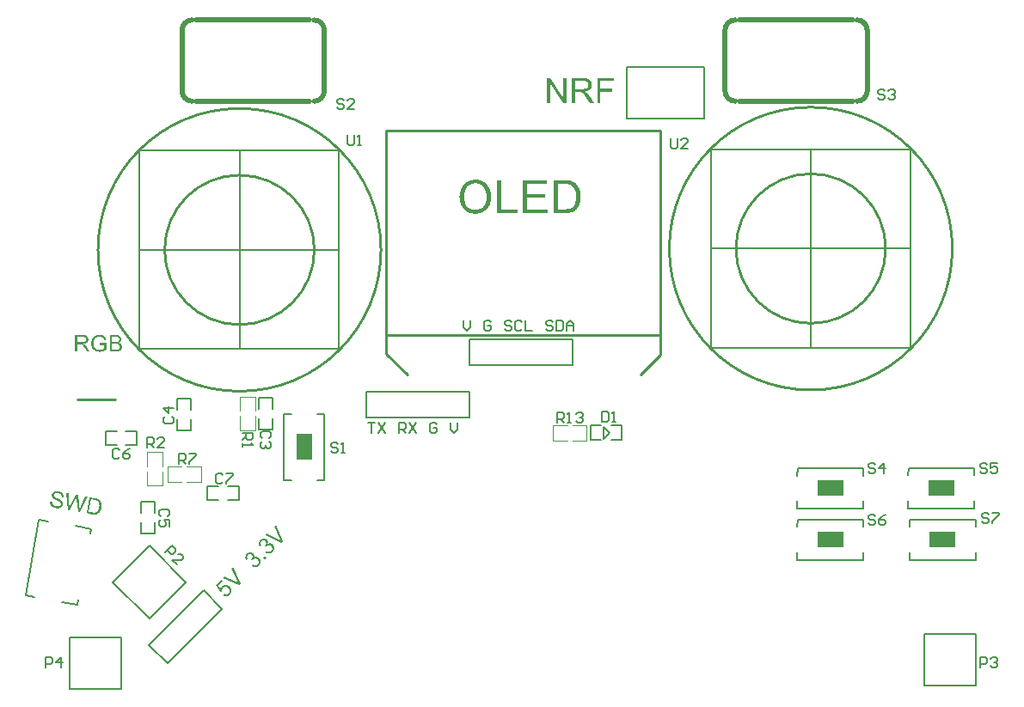
<source format=gto>
G04 Layer_Color=65535*
%FSLAX25Y25*%
%MOIN*%
G70*
G01*
G75*
%ADD10C,0.01000*%
%ADD39C,0.02000*%
%ADD40C,0.00800*%
%ADD41C,0.00500*%
%ADD42C,0.00787*%
%ADD43C,0.00394*%
%ADD44C,0.00700*%
%ADD45C,0.00600*%
%ADD46R,0.09843X0.05906*%
%ADD47R,0.05906X0.09843*%
G36*
X312454Y206522D02*
X310646Y204714D01*
X311619Y203244D01*
Y203258D01*
X311626Y203278D01*
X311633Y203313D01*
X311640Y203361D01*
X311661Y203423D01*
X311681Y203485D01*
X311737Y203651D01*
X311806Y203830D01*
X311909Y204017D01*
X312033Y204210D01*
X312185Y204389D01*
X312192Y204396D01*
X312213Y204417D01*
X312240Y204445D01*
X312289Y204479D01*
X312351Y204527D01*
X312413Y204576D01*
X312496Y204631D01*
X312579Y204686D01*
X312792Y204790D01*
X312903Y204845D01*
X313027Y204886D01*
X313165Y204928D01*
X313303Y204955D01*
X313448Y204976D01*
X313683D01*
X313738Y204962D01*
X313814Y204955D01*
X313897Y204942D01*
X313986Y204921D01*
X314090Y204900D01*
X314207Y204866D01*
X314318Y204824D01*
X314442Y204769D01*
X314566Y204714D01*
X314690Y204631D01*
X314815Y204548D01*
X314946Y204445D01*
X315070Y204334D01*
X315077Y204327D01*
X315098Y204307D01*
X315132Y204272D01*
X315167Y204224D01*
X315215Y204162D01*
X315270Y204093D01*
X315332Y204017D01*
X315394Y203927D01*
X315512Y203713D01*
X315622Y203478D01*
X315677Y203340D01*
X315719Y203202D01*
X315753Y203057D01*
X315774Y202912D01*
Y202899D01*
Y202871D01*
Y202816D01*
Y202747D01*
Y202664D01*
X315767Y202560D01*
X315753Y202450D01*
X315726Y202326D01*
X315705Y202195D01*
X315664Y202057D01*
X315608Y201905D01*
X315546Y201760D01*
X315463Y201608D01*
X315374Y201463D01*
X315256Y201318D01*
X315125Y201173D01*
X315118Y201167D01*
X315098Y201146D01*
X315063Y201111D01*
X315015Y201077D01*
X314960Y201035D01*
X314891Y200980D01*
X314815Y200918D01*
X314725Y200856D01*
X314525Y200739D01*
X314297Y200635D01*
X314173Y200594D01*
X314042Y200559D01*
X313911Y200525D01*
X313773Y200511D01*
X313648D01*
X313586Y200518D01*
X313510Y200525D01*
X313427Y200538D01*
X313331Y200552D01*
X313124Y200607D01*
X312889Y200690D01*
X312654Y200815D01*
X312530Y200897D01*
X312413Y200987D01*
X312958Y201615D01*
X312965Y201608D01*
X312979Y201594D01*
X313006Y201581D01*
X313041Y201560D01*
X313138Y201505D01*
X313262Y201436D01*
X313400Y201367D01*
X313559Y201318D01*
X313724Y201277D01*
X313897Y201270D01*
X313917Y201277D01*
X313973D01*
X314049Y201298D01*
X314159Y201325D01*
X314276Y201374D01*
X314407Y201436D01*
X314545Y201518D01*
X314670Y201629D01*
X314677Y201636D01*
X314690Y201650D01*
X314711Y201670D01*
X314732Y201705D01*
X314801Y201788D01*
X314877Y201905D01*
X314939Y202050D01*
X315008Y202216D01*
X315042Y202402D01*
X315056Y202498D01*
Y202609D01*
X315049Y202616D01*
X315056Y202637D01*
X315042Y202706D01*
X315022Y202823D01*
X314980Y202961D01*
X314911Y203127D01*
X314822Y203313D01*
X314690Y203499D01*
X314525Y203692D01*
X314518Y203699D01*
X314504Y203713D01*
X314476Y203741D01*
X314442Y203761D01*
X314401Y203803D01*
X314345Y203844D01*
X314214Y203934D01*
X314069Y204024D01*
X313897Y204099D01*
X313703Y204155D01*
X313503Y204175D01*
X313476D01*
X313414Y204169D01*
X313310Y204162D01*
X313179Y204127D01*
X313034Y204079D01*
X312861Y204003D01*
X312696Y203892D01*
X312530Y203754D01*
X312516Y203741D01*
X312482Y203706D01*
X312441Y203651D01*
X312379Y203575D01*
X312323Y203478D01*
X312261Y203375D01*
X312213Y203258D01*
X312171Y203133D01*
Y203120D01*
X312158Y203078D01*
X312144Y203009D01*
X312130Y202926D01*
Y202830D01*
Y202719D01*
X312137Y202602D01*
X312158Y202485D01*
X311557Y202036D01*
X309673Y204803D01*
X311923Y207053D01*
X312454Y206522D01*
D02*
G37*
G36*
X445669Y392000D02*
X444366D01*
X439315Y399554D01*
Y392000D01*
X438100D01*
Y401618D01*
X439388D01*
X444454Y394064D01*
Y401618D01*
X445669D01*
Y392000D01*
D02*
G37*
G36*
X319252Y205452D02*
X318638Y204838D01*
X312344Y207612D01*
X313000Y208268D01*
X317465Y206149D01*
X317472Y206142D01*
X317492Y206135D01*
X317520Y206122D01*
X317561Y206108D01*
X317658Y206053D01*
X317789Y205991D01*
X317948Y205915D01*
X318113Y205832D01*
X318452Y205645D01*
X318445Y205652D01*
Y205666D01*
X318431Y205694D01*
X318410Y205728D01*
X318355Y205825D01*
X318286Y205949D01*
X318210Y206094D01*
X318127Y206260D01*
X318038Y206446D01*
X317948Y206632D01*
X315884Y211153D01*
X316492Y211760D01*
X319252Y205452D01*
D02*
G37*
G36*
X329328Y215528D02*
X328693Y214893D01*
X328058Y215528D01*
X328693Y216163D01*
X329328Y215528D01*
D02*
G37*
G36*
X323324Y217626D02*
X323490Y217599D01*
X323510Y217592D01*
X323566Y217578D01*
X323648Y217550D01*
X323745Y217509D01*
X323862Y217447D01*
X323987Y217378D01*
X324111Y217295D01*
X324235Y217184D01*
X324249Y217171D01*
X324283Y217136D01*
X324332Y217074D01*
X324387Y216991D01*
X324449Y216888D01*
X324511Y216770D01*
X324573Y216639D01*
X324608Y216494D01*
X324615Y216474D01*
X324622Y216425D01*
Y216343D01*
X324628Y216239D01*
X324622Y216108D01*
X324608Y215970D01*
X324580Y215804D01*
X324525Y215639D01*
X324532Y215646D01*
X324552Y215652D01*
X324573Y215673D01*
X324615Y215687D01*
X324704Y215735D01*
X324835Y215784D01*
X324980Y215832D01*
X325153Y215866D01*
X325339Y215887D01*
X325533Y215873D01*
X325553Y215866D01*
X325622Y215853D01*
X325719Y215825D01*
X325850Y215791D01*
X325995Y215728D01*
X326154Y215639D01*
X326326Y215521D01*
X326492Y215370D01*
X326499Y215363D01*
X326519Y215342D01*
X326547Y215314D01*
X326582Y215266D01*
X326630Y215204D01*
X326678Y215142D01*
X326733Y215059D01*
X326782Y214969D01*
X326892Y214762D01*
X326947Y214638D01*
X326982Y214507D01*
X327016Y214376D01*
X327044Y214238D01*
X327058Y214086D01*
X327065Y213927D01*
Y213913D01*
Y213886D01*
X327058Y213851D01*
X327051Y213789D01*
X327044Y213713D01*
X327023Y213623D01*
X326995Y213527D01*
X326968Y213430D01*
X326933Y213313D01*
X326885Y213195D01*
X326830Y213071D01*
X326768Y212940D01*
X326692Y212809D01*
X326595Y212685D01*
X326492Y212554D01*
X326381Y212429D01*
X326374Y212423D01*
X326354Y212402D01*
X326326Y212374D01*
X326278Y212340D01*
X326216Y212292D01*
X326154Y212243D01*
X326078Y212181D01*
X325995Y212126D01*
X325795Y212009D01*
X325560Y211912D01*
X325443Y211864D01*
X325319Y211836D01*
X325181Y211808D01*
X325043Y211795D01*
X324918D01*
X324849Y211808D01*
X324773Y211815D01*
X324684Y211822D01*
X324594Y211843D01*
X324373Y211898D01*
X324145Y211988D01*
X323904Y212105D01*
X323786Y212181D01*
X323669Y212271D01*
X324152Y212906D01*
X324159Y212899D01*
X324180Y212892D01*
X324207Y212864D01*
X324249Y212850D01*
X324352Y212788D01*
X324490Y212719D01*
X324642Y212650D01*
X324815Y212588D01*
X324987Y212554D01*
X325153Y212540D01*
X325174Y212547D01*
X325229D01*
X325305Y212567D01*
X325415Y212595D01*
X325526Y212636D01*
X325657Y212699D01*
X325795Y212782D01*
X325919Y212892D01*
X325926Y212899D01*
X325940Y212913D01*
X325960Y212933D01*
X325981Y212968D01*
X326043Y213044D01*
X326112Y213154D01*
X326188Y213299D01*
X326257Y213451D01*
X326298Y213630D01*
X326312Y213824D01*
Y213851D01*
X326305Y213913D01*
X326292Y214010D01*
X326264Y214148D01*
X326216Y214293D01*
X326140Y214452D01*
X326036Y214610D01*
X325905Y214769D01*
X325898Y214776D01*
X325891Y214783D01*
X325871Y214804D01*
X325836Y214824D01*
X325760Y214886D01*
X325650Y214955D01*
X325526Y215024D01*
X325367Y215087D01*
X325201Y215128D01*
X325022Y215142D01*
X324939D01*
X324849Y215121D01*
X324725Y215093D01*
X324587Y215052D01*
X324442Y214976D01*
X324297Y214886D01*
X324145Y214762D01*
X324138Y214755D01*
X324118Y214735D01*
X324083Y214700D01*
X324042Y214645D01*
X323993Y214583D01*
X323931Y214507D01*
X323869Y214417D01*
X323807Y214314D01*
X323379Y214866D01*
X323386Y214873D01*
X323414Y214900D01*
X323448Y214921D01*
X323476Y214949D01*
X323483Y214955D01*
X323490Y214962D01*
X323510Y214983D01*
X323538Y215011D01*
X323593Y215080D01*
X323669Y215183D01*
X323745Y215300D01*
X323814Y215439D01*
X323883Y215590D01*
X323931Y215763D01*
X323938Y215784D01*
X323945Y215846D01*
X323938Y215935D01*
X323931Y216053D01*
X323911Y216184D01*
X323855Y216322D01*
X323773Y216474D01*
X323648Y216625D01*
X323641Y216632D01*
X323635Y216639D01*
X323600Y216674D01*
X323531Y216715D01*
X323441Y216777D01*
X323345Y216833D01*
X323220Y216874D01*
X323082Y216915D01*
X322937Y216922D01*
X322868D01*
X322786Y216909D01*
X322689Y216881D01*
X322572Y216846D01*
X322454Y216784D01*
X322323Y216708D01*
X322199Y216598D01*
X322192Y216591D01*
X322185Y216584D01*
X322144Y216543D01*
X322096Y216467D01*
X322040Y216384D01*
X321971Y216273D01*
X321923Y216142D01*
X321882Y216004D01*
X321861Y215846D01*
Y215832D01*
Y215777D01*
X321875Y215694D01*
X321902Y215583D01*
X321937Y215452D01*
X321999Y215307D01*
X322082Y215142D01*
X322199Y214969D01*
X321544Y214507D01*
X321537Y214514D01*
X321523Y214541D01*
X321502Y214576D01*
X321474Y214617D01*
X321440Y214679D01*
X321398Y214748D01*
X321323Y214921D01*
X321240Y215114D01*
X321178Y215342D01*
X321136Y215577D01*
Y215825D01*
Y215839D01*
Y215853D01*
X321143Y215887D01*
X321157Y215942D01*
X321171Y215998D01*
X321185Y216067D01*
X321226Y216232D01*
X321302Y216419D01*
X321412Y216625D01*
X321550Y216833D01*
X321633Y216943D01*
X321730Y217040D01*
X321737Y217046D01*
X321744Y217053D01*
X321764Y217074D01*
X321792Y217102D01*
X321868Y217164D01*
X321971Y217240D01*
X322096Y217323D01*
X322240Y217412D01*
X322399Y217488D01*
X322572Y217550D01*
X322579Y217557D01*
X322592D01*
X322655Y217578D01*
X322744Y217599D01*
X322862Y217619D01*
X323000Y217633D01*
X323158Y217640D01*
X323324Y217626D01*
D02*
G37*
G36*
X464042Y400491D02*
X458830D01*
Y397490D01*
X463339D01*
Y396363D01*
X458830D01*
Y392000D01*
X457557D01*
Y401618D01*
X464042D01*
Y400491D01*
D02*
G37*
G36*
X420273Y350704D02*
X426581D01*
Y349200D01*
X418574D01*
Y362031D01*
X420273D01*
Y350704D01*
D02*
G37*
G36*
X410625Y362227D02*
X410782D01*
X410977Y362207D01*
X411172Y362168D01*
X411407Y362148D01*
X411895Y362031D01*
X412442Y361875D01*
X412989Y361680D01*
X413262Y361543D01*
X413535Y361387D01*
X413555D01*
X413594Y361348D01*
X413672Y361309D01*
X413770Y361230D01*
X413887Y361152D01*
X414024Y361035D01*
X414336Y360781D01*
X414688Y360449D01*
X415059Y360039D01*
X415391Y359570D01*
X415703Y359024D01*
Y359004D01*
X415742Y358945D01*
X415781Y358867D01*
X415820Y358750D01*
X415879Y358613D01*
X415938Y358438D01*
X416016Y358242D01*
X416094Y358028D01*
X416152Y357774D01*
X416230Y357520D01*
X416348Y356934D01*
X416426Y356289D01*
X416465Y355586D01*
Y355567D01*
Y355508D01*
Y355391D01*
X416445Y355254D01*
Y355079D01*
X416426Y354883D01*
X416406Y354668D01*
X416367Y354415D01*
X416269Y353868D01*
X416133Y353282D01*
X415938Y352676D01*
X415664Y352090D01*
Y352071D01*
X415625Y352032D01*
X415586Y351954D01*
X415527Y351836D01*
X415430Y351719D01*
X415332Y351563D01*
X415098Y351231D01*
X414785Y350860D01*
X414395Y350469D01*
X413945Y350098D01*
X413438Y349766D01*
X413418D01*
X413379Y349727D01*
X413301Y349688D01*
X413184Y349649D01*
X413047Y349591D01*
X412891Y349513D01*
X412715Y349454D01*
X412500Y349376D01*
X412051Y349239D01*
X411524Y349102D01*
X410938Y349024D01*
X410332Y348985D01*
X410157D01*
X410020Y349005D01*
X409864D01*
X409688Y349024D01*
X409473Y349063D01*
X409239Y349102D01*
X408750Y349200D01*
X408204Y349356D01*
X407637Y349571D01*
X407364Y349688D01*
X407090Y349845D01*
X407071Y349864D01*
X407032Y349884D01*
X406954Y349942D01*
X406856Y350001D01*
X406739Y350098D01*
X406602Y350196D01*
X406290Y350469D01*
X405938Y350821D01*
X405567Y351212D01*
X405235Y351700D01*
X404923Y352227D01*
Y352247D01*
X404884Y352305D01*
X404864Y352383D01*
X404805Y352501D01*
X404747Y352637D01*
X404688Y352794D01*
X404630Y352989D01*
X404571Y353204D01*
X404493Y353438D01*
X404434Y353672D01*
X404317Y354219D01*
X404239Y354805D01*
X404200Y355430D01*
Y355469D01*
Y355567D01*
X404219Y355743D01*
Y355957D01*
X404259Y356231D01*
X404298Y356543D01*
X404337Y356875D01*
X404415Y357266D01*
X404513Y357657D01*
X404610Y358067D01*
X404747Y358477D01*
X404923Y358887D01*
X405118Y359297D01*
X405333Y359707D01*
X405606Y360078D01*
X405899Y360430D01*
X405919Y360449D01*
X405977Y360508D01*
X406075Y360606D01*
X406212Y360723D01*
X406387Y360859D01*
X406583Y360996D01*
X406817Y361172D01*
X407090Y361348D01*
X407403Y361504D01*
X407735Y361680D01*
X408106Y361816D01*
X408497Y361973D01*
X408907Y362070D01*
X409356Y362168D01*
X409844Y362227D01*
X410332Y362246D01*
X410508D01*
X410625Y362227D01*
D02*
G37*
G36*
X437928Y360527D02*
X430351D01*
Y356582D01*
X437440D01*
Y355079D01*
X430351D01*
Y350704D01*
X438221D01*
Y349200D01*
X428652D01*
Y362031D01*
X437928D01*
Y360527D01*
D02*
G37*
G36*
X452403Y401604D02*
X452520D01*
X452813Y401589D01*
X453121Y401560D01*
X453443Y401501D01*
X453750Y401443D01*
X453897Y401399D01*
X454028Y401355D01*
X454043D01*
X454058Y401340D01*
X454145Y401311D01*
X454263Y401238D01*
X454409Y401135D01*
X454585Y401018D01*
X454760Y400857D01*
X454936Y400667D01*
X455097Y400433D01*
X455112Y400403D01*
X455156Y400316D01*
X455229Y400184D01*
X455302Y400008D01*
X455375Y399788D01*
X455448Y399540D01*
X455492Y399276D01*
X455507Y398983D01*
Y398969D01*
Y398939D01*
Y398881D01*
X455492Y398808D01*
Y398720D01*
X455478Y398617D01*
X455419Y398383D01*
X455346Y398105D01*
X455229Y397827D01*
X455053Y397534D01*
X454951Y397388D01*
X454834Y397256D01*
X454804Y397227D01*
X454760Y397197D01*
X454716Y397139D01*
X454643Y397095D01*
X454555Y397022D01*
X454453Y396963D01*
X454336Y396890D01*
X454204Y396817D01*
X454043Y396743D01*
X453882Y396670D01*
X453692Y396597D01*
X453501Y396524D01*
X453282Y396465D01*
X453047Y396421D01*
X452799Y396377D01*
X452828Y396363D01*
X452886Y396333D01*
X452974Y396289D01*
X453077Y396231D01*
X453326Y396070D01*
X453457Y395982D01*
X453560Y395894D01*
X453589Y395865D01*
X453662Y395806D01*
X453765Y395689D01*
X453897Y395543D01*
X454058Y395353D01*
X454233Y395133D01*
X454424Y394884D01*
X454614Y394606D01*
X456283Y392000D01*
X454687D01*
X453413Y393991D01*
Y394006D01*
X453384Y394035D01*
X453355Y394079D01*
X453326Y394137D01*
X453223Y394284D01*
X453091Y394474D01*
X452945Y394694D01*
X452784Y394913D01*
X452637Y395118D01*
X452491Y395309D01*
X452477Y395323D01*
X452433Y395382D01*
X452359Y395470D01*
X452286Y395572D01*
X452067Y395777D01*
X451964Y395880D01*
X451847Y395953D01*
X451832Y395967D01*
X451803Y395982D01*
X451745Y396011D01*
X451671Y396055D01*
X451496Y396143D01*
X451276Y396216D01*
X451261D01*
X451232Y396231D01*
X451173D01*
X451100Y396246D01*
X450998Y396260D01*
X450881D01*
X450734Y396275D01*
X449095D01*
Y392000D01*
X447821D01*
Y401618D01*
X452286D01*
X452403Y401604D01*
D02*
G37*
G36*
X445818Y362012D02*
X446170Y361992D01*
X446561Y361953D01*
X446932Y361894D01*
X447244Y361836D01*
X447264D01*
X447303Y361816D01*
X447342D01*
X447420Y361777D01*
X447635Y361719D01*
X447889Y361621D01*
X448182Y361504D01*
X448494Y361348D01*
X448806Y361152D01*
X449119Y360918D01*
X449138D01*
X449158Y360879D01*
X449295Y360762D01*
X449471Y360566D01*
X449685Y360313D01*
X449939Y360000D01*
X450193Y359629D01*
X450427Y359199D01*
X450642Y358711D01*
Y358692D01*
X450662Y358652D01*
X450681Y358574D01*
X450721Y358477D01*
X450760Y358360D01*
X450799Y358203D01*
X450857Y358028D01*
X450896Y357832D01*
X450935Y357617D01*
X450994Y357383D01*
X451072Y356875D01*
X451131Y356309D01*
X451150Y355684D01*
Y355664D01*
Y355625D01*
Y355547D01*
Y355430D01*
X451131Y355313D01*
Y355157D01*
X451111Y354805D01*
X451072Y354415D01*
X450994Y353965D01*
X450916Y353516D01*
X450799Y353086D01*
Y353067D01*
X450779Y353028D01*
X450760Y352969D01*
X450740Y352891D01*
X450662Y352696D01*
X450564Y352422D01*
X450447Y352130D01*
X450291Y351817D01*
X450115Y351504D01*
X449920Y351212D01*
X449900Y351172D01*
X449822Y351094D01*
X449724Y350958D01*
X449568Y350782D01*
X449412Y350606D01*
X449197Y350411D01*
X448982Y350216D01*
X448748Y350040D01*
X448728Y350020D01*
X448631Y349981D01*
X448494Y349903D01*
X448318Y349805D01*
X448103Y349708D01*
X447850Y349610D01*
X447557Y349513D01*
X447225Y349415D01*
X447186D01*
X447068Y349376D01*
X446893Y349356D01*
X446639Y349317D01*
X446346Y349278D01*
X445994Y349239D01*
X445604Y349219D01*
X445174Y349200D01*
X440565D01*
Y362031D01*
X445486D01*
X445818Y362012D01*
D02*
G37*
G36*
X328604Y222906D02*
X328769Y222878D01*
X328790Y222871D01*
X328845Y222857D01*
X328928Y222830D01*
X329025Y222788D01*
X329142Y222726D01*
X329266Y222657D01*
X329390Y222574D01*
X329515Y222464D01*
X329528Y222450D01*
X329563Y222416D01*
X329611Y222354D01*
X329666Y222271D01*
X329729Y222167D01*
X329791Y222050D01*
X329853Y221919D01*
X329887Y221774D01*
X329894Y221753D01*
X329901Y221705D01*
Y221622D01*
X329908Y221519D01*
X329901Y221388D01*
X329887Y221249D01*
X329860Y221084D01*
X329804Y220918D01*
X329811Y220925D01*
X329832Y220932D01*
X329853Y220953D01*
X329894Y220967D01*
X329984Y221015D01*
X330115Y221063D01*
X330260Y221111D01*
X330432Y221146D01*
X330619Y221167D01*
X330812Y221153D01*
X330833Y221146D01*
X330902Y221132D01*
X330998Y221105D01*
X331130Y221070D01*
X331274Y221008D01*
X331433Y220918D01*
X331606Y220801D01*
X331771Y220649D01*
X331778Y220642D01*
X331799Y220621D01*
X331826Y220594D01*
X331861Y220546D01*
X331909Y220483D01*
X331958Y220421D01*
X332013Y220339D01*
X332061Y220249D01*
X332172Y220042D01*
X332227Y219917D01*
X332261Y219786D01*
X332296Y219655D01*
X332323Y219517D01*
X332337Y219365D01*
X332344Y219207D01*
Y219193D01*
Y219165D01*
X332337Y219131D01*
X332330Y219069D01*
X332323Y218993D01*
X332303Y218903D01*
X332275Y218806D01*
X332247Y218710D01*
X332213Y218592D01*
X332165Y218475D01*
X332109Y218351D01*
X332047Y218220D01*
X331971Y218089D01*
X331875Y217964D01*
X331771Y217833D01*
X331661Y217709D01*
X331654Y217702D01*
X331633Y217681D01*
X331606Y217654D01*
X331557Y217619D01*
X331495Y217571D01*
X331433Y217523D01*
X331357Y217461D01*
X331274Y217405D01*
X331074Y217288D01*
X330840Y217191D01*
X330722Y217143D01*
X330598Y217115D01*
X330460Y217088D01*
X330322Y217074D01*
X330198D01*
X330129Y217088D01*
X330053Y217095D01*
X329963Y217102D01*
X329873Y217122D01*
X329653Y217178D01*
X329425Y217267D01*
X329183Y217385D01*
X329066Y217461D01*
X328949Y217550D01*
X329432Y218185D01*
X329439Y218178D01*
X329459Y218171D01*
X329487Y218144D01*
X329528Y218130D01*
X329632Y218068D01*
X329770Y217999D01*
X329922Y217930D01*
X330094Y217868D01*
X330267Y217833D01*
X330432Y217819D01*
X330453Y217826D01*
X330508D01*
X330584Y217847D01*
X330695Y217875D01*
X330805Y217916D01*
X330936Y217978D01*
X331074Y218061D01*
X331199Y218171D01*
X331205Y218178D01*
X331219Y218192D01*
X331240Y218213D01*
X331261Y218247D01*
X331323Y218323D01*
X331392Y218434D01*
X331468Y218579D01*
X331537Y218730D01*
X331578Y218910D01*
X331592Y219103D01*
Y219131D01*
X331585Y219193D01*
X331571Y219289D01*
X331543Y219427D01*
X331495Y219572D01*
X331419Y219731D01*
X331316Y219890D01*
X331185Y220049D01*
X331178Y220056D01*
X331171Y220062D01*
X331150Y220083D01*
X331116Y220104D01*
X331040Y220166D01*
X330929Y220235D01*
X330805Y220304D01*
X330646Y220366D01*
X330481Y220408D01*
X330301Y220421D01*
X330219D01*
X330129Y220401D01*
X330005Y220373D01*
X329867Y220332D01*
X329722Y220256D01*
X329577Y220166D01*
X329425Y220042D01*
X329418Y220035D01*
X329397Y220014D01*
X329363Y219980D01*
X329321Y219924D01*
X329273Y219862D01*
X329211Y219786D01*
X329149Y219697D01*
X329087Y219593D01*
X328659Y220145D01*
X328666Y220152D01*
X328693Y220180D01*
X328728Y220200D01*
X328755Y220228D01*
X328762Y220235D01*
X328769Y220242D01*
X328790Y220263D01*
X328818Y220290D01*
X328873Y220359D01*
X328949Y220463D01*
X329025Y220580D01*
X329094Y220718D01*
X329163Y220870D01*
X329211Y221042D01*
X329218Y221063D01*
X329225Y221125D01*
X329218Y221215D01*
X329211Y221332D01*
X329190Y221463D01*
X329135Y221601D01*
X329052Y221753D01*
X328928Y221905D01*
X328921Y221912D01*
X328914Y221919D01*
X328880Y221953D01*
X328811Y221995D01*
X328721Y222057D01*
X328624Y222112D01*
X328500Y222153D01*
X328362Y222195D01*
X328217Y222202D01*
X328148D01*
X328065Y222188D01*
X327969Y222160D01*
X327851Y222126D01*
X327734Y222064D01*
X327603Y221988D01*
X327479Y221878D01*
X327472Y221871D01*
X327465Y221864D01*
X327423Y221822D01*
X327375Y221746D01*
X327320Y221663D01*
X327251Y221553D01*
X327203Y221422D01*
X327161Y221284D01*
X327140Y221125D01*
Y221111D01*
Y221056D01*
X327154Y220973D01*
X327182Y220863D01*
X327216Y220732D01*
X327278Y220587D01*
X327361Y220421D01*
X327479Y220249D01*
X326823Y219786D01*
X326816Y219793D01*
X326802Y219821D01*
X326782Y219855D01*
X326754Y219897D01*
X326719Y219959D01*
X326678Y220028D01*
X326602Y220200D01*
X326519Y220394D01*
X326457Y220621D01*
X326416Y220856D01*
Y221105D01*
Y221118D01*
Y221132D01*
X326423Y221167D01*
X326436Y221222D01*
X326450Y221277D01*
X326464Y221346D01*
X326505Y221512D01*
X326582Y221698D01*
X326692Y221905D01*
X326830Y222112D01*
X326913Y222222D01*
X327009Y222319D01*
X327016Y222326D01*
X327023Y222333D01*
X327044Y222354D01*
X327071Y222381D01*
X327147Y222443D01*
X327251Y222519D01*
X327375Y222602D01*
X327520Y222692D01*
X327679Y222768D01*
X327851Y222830D01*
X327858Y222837D01*
X327872D01*
X327934Y222857D01*
X328024Y222878D01*
X328141Y222899D01*
X328279Y222913D01*
X328438Y222920D01*
X328604Y222906D01*
D02*
G37*
G36*
X252653Y240479D02*
X252873Y236159D01*
X252871Y236150D01*
X252877Y236129D01*
X252880Y236089D01*
X252883Y236049D01*
X252881Y235980D01*
X252888Y235909D01*
X252898Y235739D01*
X252902Y235540D01*
X252911Y235310D01*
X252909Y235073D01*
X252915Y234824D01*
X252917Y234834D01*
X252933Y234870D01*
X252951Y234917D01*
X252982Y234981D01*
X253015Y235054D01*
X253049Y235137D01*
X253142Y235329D01*
X253226Y235522D01*
X253308Y235706D01*
X253341Y235780D01*
X253374Y235853D01*
X253394Y235909D01*
X253410Y235946D01*
X255364Y240002D01*
X256373Y239824D01*
X256712Y236463D01*
X256711Y236454D01*
X256721Y236402D01*
X256721Y236343D01*
X256734Y236251D01*
X256735Y236142D01*
X256751Y236011D01*
X256755Y235861D01*
X256766Y235701D01*
X256776Y235531D01*
X256784Y235351D01*
X256802Y234951D01*
X256810Y234543D01*
X256807Y234138D01*
X256809Y234147D01*
X256822Y234165D01*
X256827Y234193D01*
X256845Y234240D01*
X256875Y234294D01*
X256896Y234360D01*
X256929Y234433D01*
X256963Y234516D01*
X257047Y234710D01*
X257138Y234942D01*
X257251Y235189D01*
X257367Y235456D01*
X259064Y239349D01*
X259910Y239200D01*
X257076Y233188D01*
X256259Y233332D01*
X255780Y238372D01*
X255782Y238382D01*
X255776Y238403D01*
X255771Y238433D01*
X255768Y238473D01*
X255758Y238584D01*
X255750Y238704D01*
X255735Y238846D01*
X255726Y238966D01*
X255716Y239077D01*
X255713Y239117D01*
X255709Y239148D01*
X255705Y239128D01*
X255678Y239084D01*
X255643Y239001D01*
X255597Y238910D01*
X255547Y238790D01*
X255498Y238680D01*
X255437Y238561D01*
X255386Y238442D01*
X253212Y233870D01*
X252338Y234024D01*
X251798Y240630D01*
X252653Y240479D01*
D02*
G37*
G36*
X262861Y238680D02*
X262871Y238678D01*
X262890Y238674D01*
X262928Y238668D01*
X262986Y238657D01*
X263044Y238647D01*
X263121Y238634D01*
X263282Y238595D01*
X263454Y238555D01*
X263642Y238502D01*
X263820Y238441D01*
X263969Y238385D01*
X263978Y238383D01*
X263996Y238370D01*
X264015Y238367D01*
X264050Y238341D01*
X264151Y238294D01*
X264267Y238223D01*
X264401Y238140D01*
X264541Y238036D01*
X264678Y237913D01*
X264812Y237771D01*
X264821Y237769D01*
X264827Y237748D01*
X264885Y237679D01*
X264954Y237567D01*
X265038Y237423D01*
X265136Y237248D01*
X265229Y237043D01*
X265306Y236811D01*
X265370Y236552D01*
X265368Y236543D01*
X265374Y236522D01*
X265377Y236482D01*
X265388Y236430D01*
X265397Y236369D01*
X265403Y236289D01*
X265416Y236197D01*
X265419Y236098D01*
X265419Y235989D01*
X265428Y235868D01*
X265422Y235612D01*
X265402Y235328D01*
X265357Y235018D01*
X265355Y235009D01*
X265352Y234990D01*
X265345Y234951D01*
X265335Y234893D01*
X265315Y234838D01*
X265302Y234761D01*
X265262Y234589D01*
X265209Y234401D01*
X265131Y234186D01*
X265054Y233972D01*
X264959Y233771D01*
X264957Y233761D01*
X264944Y233743D01*
X264929Y233716D01*
X264913Y233680D01*
X264858Y233590D01*
X264786Y233464D01*
X264703Y233330D01*
X264599Y233190D01*
X264485Y233051D01*
X264364Y232924D01*
X264351Y232907D01*
X264305Y232875D01*
X264245Y232816D01*
X264153Y232743D01*
X264061Y232670D01*
X263938Y232593D01*
X263816Y232515D01*
X263685Y232449D01*
X263674Y232441D01*
X263622Y232430D01*
X263548Y232404D01*
X263453Y232371D01*
X263339Y232342D01*
X263206Y232316D01*
X263053Y232293D01*
X262881Y232274D01*
X262862Y232277D01*
X262801Y232268D01*
X262713Y232274D01*
X262584Y232277D01*
X262437Y232283D01*
X262260Y232294D01*
X262066Y232318D01*
X261853Y232346D01*
X259585Y232746D01*
X260698Y239061D01*
X262861Y238680D01*
D02*
G37*
G36*
X264814Y302010D02*
X264892D01*
X265058Y301990D01*
X265243Y301961D01*
X265458Y301922D01*
X265672Y301864D01*
X265887Y301785D01*
X265897D01*
X265916Y301776D01*
X265946Y301766D01*
X265985Y301746D01*
X266082Y301698D01*
X266209Y301620D01*
X266356Y301532D01*
X266502Y301424D01*
X266649Y301307D01*
X266775Y301161D01*
X266785Y301141D01*
X266824Y301093D01*
X266883Y301005D01*
X266961Y300878D01*
X267039Y300731D01*
X267117Y300556D01*
X267195Y300351D01*
X267263Y300116D01*
X266492Y299902D01*
Y299911D01*
X266483Y299921D01*
X266473Y299980D01*
X266434Y300068D01*
X266395Y300185D01*
X266346Y300302D01*
X266287Y300429D01*
X266219Y300556D01*
X266141Y300673D01*
X266131Y300683D01*
X266102Y300722D01*
X266053Y300770D01*
X265985Y300839D01*
X265897Y300907D01*
X265790Y300985D01*
X265672Y301053D01*
X265526Y301122D01*
X265507Y301132D01*
X265458Y301151D01*
X265370Y301180D01*
X265263Y301210D01*
X265136Y301239D01*
X264989Y301268D01*
X264823Y301288D01*
X264648Y301297D01*
X264550D01*
X264443Y301288D01*
X264306Y301278D01*
X264150Y301249D01*
X263974Y301219D01*
X263808Y301171D01*
X263642Y301112D01*
X263623Y301102D01*
X263574Y301083D01*
X263496Y301044D01*
X263398Y300985D01*
X263291Y300917D01*
X263174Y300839D01*
X263067Y300751D01*
X262959Y300643D01*
X262949Y300634D01*
X262920Y300595D01*
X262871Y300536D01*
X262813Y300458D01*
X262744Y300360D01*
X262676Y300253D01*
X262618Y300136D01*
X262559Y300009D01*
Y299999D01*
X262549Y299980D01*
X262540Y299951D01*
X262520Y299902D01*
X262501Y299853D01*
X262481Y299785D01*
X262442Y299628D01*
X262393Y299433D01*
X262354Y299219D01*
X262325Y298975D01*
X262315Y298721D01*
Y298711D01*
Y298682D01*
Y298643D01*
X262325Y298574D01*
Y298506D01*
X262335Y298418D01*
X262344Y298321D01*
X262354Y298223D01*
X262383Y297989D01*
X262442Y297745D01*
X262510Y297511D01*
X262608Y297276D01*
Y297267D01*
X262618Y297247D01*
X262637Y297218D01*
X262666Y297179D01*
X262735Y297081D01*
X262823Y296954D01*
X262940Y296818D01*
X263086Y296671D01*
X263262Y296535D01*
X263457Y296417D01*
X263467D01*
X263486Y296408D01*
X263515Y296388D01*
X263555Y296378D01*
X263603Y296359D01*
X263672Y296330D01*
X263818Y296281D01*
X264003Y296232D01*
X264199Y296183D01*
X264423Y296154D01*
X264657Y296144D01*
X264755D01*
X264862Y296154D01*
X264999Y296173D01*
X265155Y296193D01*
X265341Y296232D01*
X265536Y296281D01*
X265731Y296349D01*
X265741D01*
X265751Y296359D01*
X265780Y296369D01*
X265819Y296388D01*
X265916Y296427D01*
X266034Y296486D01*
X266160Y296554D01*
X266287Y296632D01*
X266414Y296720D01*
X266531Y296808D01*
Y298018D01*
X264648D01*
Y298770D01*
X267361D01*
Y296388D01*
X267351Y296378D01*
X267332Y296369D01*
X267302Y296339D01*
X267254Y296310D01*
X267195Y296261D01*
X267127Y296222D01*
X266961Y296105D01*
X266766Y295988D01*
X266551Y295861D01*
X266307Y295744D01*
X266063Y295637D01*
X266053D01*
X266034Y295627D01*
X265995Y295617D01*
X265946Y295598D01*
X265887Y295578D01*
X265819Y295559D01*
X265731Y295539D01*
X265643Y295519D01*
X265438Y295471D01*
X265214Y295432D01*
X264960Y295402D01*
X264706Y295393D01*
X264618D01*
X264550Y295402D01*
X264462D01*
X264365Y295412D01*
X264257Y295422D01*
X264140Y295441D01*
X263867Y295490D01*
X263584Y295559D01*
X263281Y295656D01*
X262988Y295793D01*
X262979Y295803D01*
X262959Y295812D01*
X262910Y295832D01*
X262862Y295871D01*
X262793Y295910D01*
X262725Y295959D01*
X262559Y296086D01*
X262364Y296252D01*
X262178Y296457D01*
X261993Y296691D01*
X261827Y296954D01*
Y296964D01*
X261807Y296993D01*
X261788Y297032D01*
X261769Y297091D01*
X261739Y297159D01*
X261700Y297247D01*
X261671Y297345D01*
X261632Y297462D01*
X261593Y297579D01*
X261563Y297715D01*
X261495Y298008D01*
X261456Y298330D01*
X261437Y298672D01*
Y298682D01*
Y298711D01*
Y298760D01*
X261446Y298828D01*
Y298916D01*
X261456Y299014D01*
X261466Y299121D01*
X261485Y299238D01*
X261534Y299511D01*
X261603Y299804D01*
X261700Y300116D01*
X261827Y300419D01*
Y300429D01*
X261847Y300458D01*
X261866Y300497D01*
X261895Y300556D01*
X261944Y300624D01*
X261993Y300692D01*
X262110Y300878D01*
X262276Y301073D01*
X262461Y301268D01*
X262696Y301454D01*
X262813Y301541D01*
X262949Y301620D01*
X262959D01*
X262979Y301639D01*
X263028Y301659D01*
X263076Y301678D01*
X263145Y301717D01*
X263232Y301746D01*
X263330Y301785D01*
X263437Y301824D01*
X263555Y301854D01*
X263681Y301893D01*
X263974Y301961D01*
X264287Y302000D01*
X264638Y302020D01*
X264755D01*
X264814Y302010D01*
D02*
G37*
G36*
X248225Y241330D02*
X248451Y241319D01*
X248683Y241288D01*
X248693Y241287D01*
X248712Y241283D01*
X248750Y241277D01*
X248798Y241268D01*
X248864Y241247D01*
X248931Y241235D01*
X249091Y241187D01*
X249278Y241124D01*
X249483Y241048D01*
X249685Y240953D01*
X249873Y240841D01*
X249882Y240839D01*
X249890Y240828D01*
X249917Y240813D01*
X249953Y240787D01*
X250038Y240712D01*
X250151Y240623D01*
X250269Y240503D01*
X250383Y240364D01*
X250494Y240206D01*
X250582Y240032D01*
X250589Y240011D01*
X250617Y239947D01*
X250648Y239842D01*
X250676Y239718D01*
X250708Y239564D01*
X250735Y239381D01*
X250741Y239191D01*
X250725Y238986D01*
X249917Y239069D01*
X249919Y239078D01*
X249922Y239098D01*
X249918Y239128D01*
X249915Y239168D01*
X249914Y239278D01*
X249900Y239419D01*
X249867Y239573D01*
X249816Y239731D01*
X249735Y239894D01*
X249633Y240041D01*
X249615Y240054D01*
X249574Y240101D01*
X249496Y240164D01*
X249391Y240242D01*
X249247Y240327D01*
X249063Y240409D01*
X248849Y240486D01*
X248591Y240542D01*
X248582Y240543D01*
X248562Y240547D01*
X248524Y240553D01*
X248466Y240564D01*
X248407Y240564D01*
X248330Y240578D01*
X248161Y240578D01*
X247974Y240581D01*
X247783Y240565D01*
X247598Y240528D01*
X247512Y240494D01*
X247437Y240458D01*
X247425Y240450D01*
X247380Y240418D01*
X247312Y240371D01*
X247239Y240294D01*
X247155Y240210D01*
X247087Y240103D01*
X247026Y239985D01*
X246982Y239844D01*
X246978Y239825D01*
X246971Y239787D01*
X246969Y239718D01*
X246975Y239637D01*
X246988Y239546D01*
X247020Y239441D01*
X247062Y239345D01*
X247124Y239244D01*
X247131Y239233D01*
X247174Y239196D01*
X247200Y239172D01*
X247233Y239136D01*
X247288Y239106D01*
X247350Y239066D01*
X247420Y239014D01*
X247499Y238960D01*
X247591Y238914D01*
X247699Y238856D01*
X247825Y238784D01*
X247963Y238720D01*
X248119Y238653D01*
X248293Y238572D01*
X248303Y238571D01*
X248340Y238554D01*
X248386Y238536D01*
X248450Y238505D01*
X248533Y238471D01*
X248624Y238425D01*
X248827Y238339D01*
X249046Y238231D01*
X249265Y238123D01*
X249375Y238074D01*
X249464Y238019D01*
X249554Y237964D01*
X249625Y237921D01*
X249635Y237919D01*
X249653Y237907D01*
X249669Y237884D01*
X249704Y237858D01*
X249790Y237783D01*
X249903Y237694D01*
X250020Y237574D01*
X250134Y237435D01*
X250237Y237288D01*
X250319Y237135D01*
X250326Y237114D01*
X250346Y237061D01*
X250380Y236975D01*
X250408Y236852D01*
X250434Y236718D01*
X250455Y236556D01*
X250453Y236378D01*
X250431Y236193D01*
X250429Y236184D01*
X250428Y236174D01*
X250422Y236145D01*
X250416Y236107D01*
X250379Y236014D01*
X250338Y235893D01*
X250284Y235754D01*
X250197Y235600D01*
X250100Y235439D01*
X249975Y235293D01*
X249962Y235275D01*
X249903Y235226D01*
X249832Y235159D01*
X249719Y235080D01*
X249584Y234985D01*
X249419Y234895D01*
X249227Y234820D01*
X249016Y234748D01*
X249007Y234750D01*
X248986Y234744D01*
X248955Y234739D01*
X248914Y234727D01*
X248862Y234716D01*
X248801Y234707D01*
X248640Y234696D01*
X248459Y234678D01*
X248241Y234677D01*
X248015Y234687D01*
X247763Y234721D01*
X247753Y234723D01*
X247725Y234728D01*
X247676Y234737D01*
X247619Y234747D01*
X247553Y234768D01*
X247467Y234784D01*
X247372Y234810D01*
X247268Y234838D01*
X247052Y234906D01*
X246820Y234997D01*
X246590Y235097D01*
X246373Y235214D01*
X246364Y235216D01*
X246346Y235229D01*
X246321Y235253D01*
X246286Y235279D01*
X246190Y235356D01*
X246080Y235464D01*
X245945Y235597D01*
X245823Y235747D01*
X245696Y235928D01*
X245592Y236125D01*
X245594Y236135D01*
X245586Y236146D01*
X245572Y236178D01*
X245560Y236220D01*
X245539Y236273D01*
X245520Y236336D01*
X245488Y236490D01*
X245459Y236664D01*
X245437Y236876D01*
X245436Y237094D01*
X245458Y237328D01*
X246258Y237256D01*
X246256Y237247D01*
X246254Y237237D01*
X246254Y237178D01*
X246258Y237088D01*
X246256Y236969D01*
X246273Y236837D01*
X246288Y236696D01*
X246323Y236561D01*
X246369Y236424D01*
X246376Y236413D01*
X246398Y236369D01*
X246436Y236303D01*
X246501Y236222D01*
X246574Y236130D01*
X246665Y236025D01*
X246786Y235924D01*
X246917Y235822D01*
X246926Y235820D01*
X246934Y235809D01*
X246988Y235780D01*
X247070Y235736D01*
X247190Y235685D01*
X247317Y235623D01*
X247485Y235563D01*
X247664Y235512D01*
X247855Y235468D01*
X247865Y235467D01*
X247874Y235465D01*
X247932Y235455D01*
X248030Y235447D01*
X248137Y235438D01*
X248273Y235424D01*
X248413Y235429D01*
X248562Y235433D01*
X248715Y235455D01*
X248736Y235462D01*
X248778Y235474D01*
X248850Y235491D01*
X248936Y235526D01*
X249042Y235566D01*
X249140Y235618D01*
X249240Y235680D01*
X249332Y235753D01*
X249344Y235761D01*
X249370Y235796D01*
X249407Y235839D01*
X249457Y235899D01*
X249500Y235971D01*
X249546Y236062D01*
X249582Y236155D01*
X249610Y236259D01*
X249612Y236269D01*
X249618Y236307D01*
X249619Y236366D01*
X249621Y236435D01*
X249617Y236525D01*
X249594Y236618D01*
X249571Y236712D01*
X249528Y236808D01*
X249520Y236820D01*
X249506Y236852D01*
X249465Y236899D01*
X249418Y236967D01*
X249351Y237038D01*
X249265Y237113D01*
X249152Y237202D01*
X249027Y237283D01*
X249020Y237295D01*
X248983Y237311D01*
X248909Y237344D01*
X248865Y237371D01*
X248810Y237401D01*
X248737Y237434D01*
X248663Y237467D01*
X248572Y237512D01*
X248481Y237558D01*
X248371Y237607D01*
X248241Y237660D01*
X248104Y237724D01*
X247957Y237789D01*
X247948Y237791D01*
X247920Y237806D01*
X247874Y237824D01*
X247820Y237853D01*
X247756Y237884D01*
X247682Y237917D01*
X247508Y237997D01*
X247318Y238100D01*
X247128Y238203D01*
X246957Y238302D01*
X246876Y238347D01*
X246815Y238397D01*
X246806Y238399D01*
X246798Y238410D01*
X246747Y238458D01*
X246679Y238520D01*
X246594Y238604D01*
X246494Y238711D01*
X246406Y238826D01*
X246320Y238960D01*
X246246Y239102D01*
X246240Y239123D01*
X246219Y239176D01*
X246202Y239248D01*
X246181Y239351D01*
X246153Y239475D01*
X246148Y239615D01*
X246146Y239774D01*
X246164Y239929D01*
X246166Y239938D01*
X246167Y239948D01*
X246172Y239977D01*
X246179Y240015D01*
X246214Y240099D01*
X246253Y240211D01*
X246307Y240350D01*
X246381Y240485D01*
X246477Y240637D01*
X246591Y240775D01*
X246592Y240785D01*
X246604Y240793D01*
X246651Y240834D01*
X246731Y240899D01*
X246835Y240980D01*
X246958Y241057D01*
X247111Y241140D01*
X247293Y241216D01*
X247491Y241271D01*
X247500Y241269D01*
X247512Y241277D01*
X247542Y241282D01*
X247594Y241292D01*
X247643Y241293D01*
X247704Y241302D01*
X247848Y241327D01*
X248027Y241335D01*
X248225Y241330D01*
D02*
G37*
G36*
X258255Y301903D02*
X258333D01*
X258528Y301893D01*
X258733Y301873D01*
X258948Y301834D01*
X259153Y301795D01*
X259250Y301766D01*
X259338Y301737D01*
X259348D01*
X259358Y301727D01*
X259416Y301707D01*
X259494Y301659D01*
X259592Y301590D01*
X259709Y301512D01*
X259826Y301405D01*
X259943Y301278D01*
X260051Y301122D01*
X260061Y301102D01*
X260090Y301044D01*
X260139Y300956D01*
X260187Y300839D01*
X260236Y300692D01*
X260285Y300526D01*
X260314Y300351D01*
X260324Y300155D01*
Y300146D01*
Y300126D01*
Y300087D01*
X260314Y300038D01*
Y299980D01*
X260304Y299911D01*
X260265Y299755D01*
X260217Y299570D01*
X260139Y299384D01*
X260021Y299189D01*
X259953Y299092D01*
X259875Y299004D01*
X259856Y298984D01*
X259826Y298965D01*
X259797Y298926D01*
X259748Y298897D01*
X259690Y298848D01*
X259621Y298809D01*
X259543Y298760D01*
X259455Y298711D01*
X259348Y298662D01*
X259241Y298613D01*
X259114Y298565D01*
X258987Y298516D01*
X258840Y298477D01*
X258684Y298447D01*
X258518Y298418D01*
X258538Y298409D01*
X258577Y298389D01*
X258635Y298360D01*
X258704Y298321D01*
X258870Y298213D01*
X258958Y298155D01*
X259026Y298096D01*
X259045Y298077D01*
X259094Y298038D01*
X259163Y297959D01*
X259250Y297862D01*
X259358Y297735D01*
X259475Y297589D01*
X259602Y297423D01*
X259729Y297237D01*
X260841Y295500D01*
X259777D01*
X258928Y296827D01*
Y296837D01*
X258909Y296857D01*
X258889Y296886D01*
X258870Y296925D01*
X258801Y297023D01*
X258714Y297149D01*
X258616Y297296D01*
X258509Y297442D01*
X258411Y297579D01*
X258313Y297706D01*
X258304Y297715D01*
X258274Y297755D01*
X258226Y297813D01*
X258177Y297881D01*
X258030Y298018D01*
X257962Y298086D01*
X257884Y298135D01*
X257874Y298145D01*
X257855Y298155D01*
X257816Y298174D01*
X257767Y298203D01*
X257650Y298262D01*
X257503Y298311D01*
X257494D01*
X257474Y298321D01*
X257435D01*
X257386Y298330D01*
X257318Y298340D01*
X257240D01*
X257142Y298350D01*
X256049D01*
Y295500D01*
X255200D01*
Y301912D01*
X258177D01*
X258255Y301903D01*
D02*
G37*
G36*
X335795Y221995D02*
X335181Y221381D01*
X328887Y224155D01*
X329542Y224811D01*
X334007Y222692D01*
X334014Y222685D01*
X334035Y222678D01*
X334063Y222664D01*
X334104Y222650D01*
X334201Y222595D01*
X334332Y222533D01*
X334490Y222457D01*
X334656Y222374D01*
X334994Y222188D01*
X334987Y222195D01*
Y222209D01*
X334974Y222236D01*
X334953Y222271D01*
X334898Y222368D01*
X334829Y222492D01*
X334753Y222637D01*
X334670Y222802D01*
X334580Y222989D01*
X334490Y223175D01*
X332427Y227695D01*
X333034Y228303D01*
X335795Y221995D01*
D02*
G37*
G36*
X271158Y301903D02*
X271226D01*
X271392Y301893D01*
X271577Y301864D01*
X271773Y301834D01*
X271968Y301785D01*
X272143Y301717D01*
X272153D01*
X272163Y301707D01*
X272221Y301678D01*
X272300Y301629D01*
X272397Y301571D01*
X272514Y301483D01*
X272631Y301376D01*
X272739Y301258D01*
X272846Y301112D01*
X272856Y301093D01*
X272885Y301044D01*
X272924Y300956D01*
X272973Y300849D01*
X273022Y300722D01*
X273061Y300585D01*
X273090Y300429D01*
X273100Y300263D01*
Y300243D01*
Y300195D01*
X273090Y300116D01*
X273071Y300009D01*
X273041Y299892D01*
X273002Y299765D01*
X272953Y299619D01*
X272875Y299482D01*
X272866Y299463D01*
X272836Y299424D01*
X272778Y299355D01*
X272709Y299277D01*
X272612Y299180D01*
X272495Y299092D01*
X272358Y298994D01*
X272192Y298906D01*
X272202D01*
X272221Y298897D01*
X272251Y298887D01*
X272290Y298877D01*
X272397Y298828D01*
X272524Y298770D01*
X272670Y298682D01*
X272817Y298584D01*
X272963Y298467D01*
X273090Y298321D01*
X273100Y298301D01*
X273139Y298252D01*
X273188Y298165D01*
X273256Y298047D01*
X273315Y297901D01*
X273363Y297745D01*
X273402Y297559D01*
X273412Y297354D01*
Y297335D01*
Y297276D01*
X273402Y297188D01*
X273393Y297081D01*
X273363Y296954D01*
X273334Y296808D01*
X273285Y296661D01*
X273217Y296515D01*
X273207Y296496D01*
X273188Y296447D01*
X273139Y296378D01*
X273090Y296291D01*
X273022Y296193D01*
X272944Y296095D01*
X272846Y295998D01*
X272748Y295910D01*
X272739Y295900D01*
X272700Y295881D01*
X272641Y295842D01*
X272553Y295793D01*
X272456Y295744D01*
X272329Y295695D01*
X272192Y295646D01*
X272046Y295598D01*
X272026D01*
X271968Y295578D01*
X271880Y295568D01*
X271763Y295549D01*
X271607Y295529D01*
X271431Y295519D01*
X271236Y295500D01*
X268571D01*
Y301912D01*
X271089D01*
X271158Y301903D01*
D02*
G37*
%LPC*%
G36*
X410332Y360781D02*
X410157D01*
X410040Y360762D01*
X409883Y360742D01*
X409688Y360723D01*
X409493Y360684D01*
X409278Y360625D01*
X408790Y360469D01*
X408536Y360371D01*
X408282Y360254D01*
X408008Y360117D01*
X407755Y359942D01*
X407501Y359746D01*
X407247Y359531D01*
X407227Y359512D01*
X407188Y359473D01*
X407129Y359395D01*
X407051Y359297D01*
X406954Y359160D01*
X406837Y358984D01*
X406719Y358789D01*
X406602Y358555D01*
X406485Y358281D01*
X406368Y357989D01*
X406251Y357657D01*
X406153Y357266D01*
X406075Y356856D01*
X406016Y356426D01*
X405977Y355938D01*
X405958Y355411D01*
Y355391D01*
Y355313D01*
Y355196D01*
X405977Y355020D01*
X405997Y354825D01*
X406016Y354610D01*
X406055Y354356D01*
X406114Y354082D01*
X406251Y353497D01*
X406368Y353204D01*
X406485Y352891D01*
X406622Y352598D01*
X406778Y352305D01*
X406973Y352012D01*
X407188Y351758D01*
X407208Y351739D01*
X407247Y351700D01*
X407325Y351641D01*
X407422Y351544D01*
X407540Y351446D01*
X407676Y351348D01*
X407852Y351212D01*
X408047Y351094D01*
X408262Y350977D01*
X408497Y350860D01*
X408750Y350743D01*
X409043Y350645D01*
X409336Y350548D01*
X409649Y350489D01*
X409961Y350450D01*
X410313Y350430D01*
X410489D01*
X410625Y350450D01*
X410801Y350469D01*
X410977Y350508D01*
X411192Y350548D01*
X411426Y350606D01*
X411914Y350762D01*
X412188Y350860D01*
X412442Y350997D01*
X412715Y351153D01*
X412969Y351329D01*
X413223Y351524D01*
X413457Y351758D01*
X413477Y351778D01*
X413516Y351817D01*
X413574Y351895D01*
X413653Y352012D01*
X413750Y352149D01*
X413848Y352325D01*
X413965Y352520D01*
X414082Y352735D01*
X414199Y353008D01*
X414317Y353282D01*
X414414Y353594D01*
X414512Y353946D01*
X414590Y354317D01*
X414648Y354708D01*
X414688Y355137D01*
X414707Y355586D01*
Y355606D01*
Y355664D01*
Y355743D01*
Y355840D01*
X414688Y355977D01*
Y356153D01*
X414648Y356524D01*
X414570Y356934D01*
X414473Y357403D01*
X414336Y357871D01*
X414160Y358320D01*
Y358340D01*
X414141Y358379D01*
X414102Y358438D01*
X414063Y358516D01*
X413945Y358731D01*
X413770Y358984D01*
X413555Y359278D01*
X413281Y359590D01*
X412969Y359883D01*
X412617Y360137D01*
X412598D01*
X412578Y360156D01*
X412520Y360195D01*
X412442Y360234D01*
X412227Y360332D01*
X411953Y360469D01*
X411621Y360586D01*
X411231Y360684D01*
X410801Y360762D01*
X410332Y360781D01*
D02*
G37*
G36*
X452125Y400550D02*
X449095D01*
Y397373D01*
X451964D01*
X452125Y397388D01*
X452315Y397402D01*
X452535Y397417D01*
X452769Y397446D01*
X452989Y397490D01*
X453179Y397549D01*
X453208Y397563D01*
X453267Y397578D01*
X453355Y397622D01*
X453457Y397680D01*
X453575Y397768D01*
X453706Y397871D01*
X453823Y397988D01*
X453926Y398119D01*
X453940Y398134D01*
X453970Y398193D01*
X454014Y398266D01*
X454058Y398383D01*
X454102Y398500D01*
X454145Y398647D01*
X454175Y398808D01*
X454189Y398983D01*
Y398998D01*
Y399013D01*
Y399100D01*
X454160Y399218D01*
X454131Y399379D01*
X454072Y399554D01*
X453984Y399745D01*
X453853Y399935D01*
X453692Y400111D01*
X453662Y400125D01*
X453604Y400184D01*
X453472Y400257D01*
X453311Y400330D01*
X453091Y400418D01*
X452828Y400477D01*
X452506Y400535D01*
X452125Y400550D01*
D02*
G37*
G36*
X444940Y360527D02*
X442264D01*
Y350704D01*
X445193D01*
X445408Y350723D01*
X445701Y350743D01*
X446014Y350762D01*
X446346Y350801D01*
X446658Y350860D01*
X446951Y350938D01*
X446990Y350958D01*
X447068Y350977D01*
X447205Y351036D01*
X447361Y351114D01*
X447557Y351212D01*
X447752Y351309D01*
X447928Y351446D01*
X448103Y351602D01*
X448123Y351622D01*
X448201Y351719D01*
X448318Y351856D01*
X448455Y352032D01*
X448592Y352266D01*
X448748Y352540D01*
X448904Y352872D01*
X449041Y353223D01*
Y353243D01*
X449060Y353262D01*
X449080Y353321D01*
X449099Y353399D01*
X449119Y353497D01*
X449158Y353614D01*
X449217Y353907D01*
X449275Y354278D01*
X449334Y354708D01*
X449373Y355176D01*
X449392Y355703D01*
Y355723D01*
Y355801D01*
Y355899D01*
Y356035D01*
X449373Y356211D01*
X449353Y356407D01*
X449334Y356621D01*
X449314Y356836D01*
X449236Y357344D01*
X449119Y357852D01*
X448943Y358340D01*
X448846Y358574D01*
X448728Y358789D01*
Y358809D01*
X448689Y358828D01*
X448670Y358887D01*
X448611Y358965D01*
X448475Y359160D01*
X448279Y359375D01*
X448045Y359629D01*
X447771Y359863D01*
X447459Y360078D01*
X447127Y360254D01*
X447088Y360274D01*
X446990Y360293D01*
X446834Y360332D01*
X446600Y360391D01*
X446287Y360449D01*
X445916Y360488D01*
X445467Y360508D01*
X444940Y360527D01*
D02*
G37*
G36*
X261404Y238173D02*
X260552Y233339D01*
X261888Y233103D01*
X261897Y233101D01*
X261916Y233098D01*
X261945Y233093D01*
X261993Y233084D01*
X262101Y233075D01*
X262247Y233060D01*
X262402Y233042D01*
X262569Y233032D01*
X262728Y233034D01*
X262879Y233047D01*
X262900Y233053D01*
X262940Y233056D01*
X263012Y233073D01*
X263096Y233098D01*
X263200Y233129D01*
X263305Y233160D01*
X263403Y233212D01*
X263504Y233274D01*
X263515Y233282D01*
X263562Y233323D01*
X263631Y233380D01*
X263714Y233455D01*
X263801Y233558D01*
X263902Y233679D01*
X264008Y233829D01*
X264106Y233990D01*
X264107Y234000D01*
X264119Y234008D01*
X264133Y234035D01*
X264150Y234072D01*
X264168Y234118D01*
X264197Y234173D01*
X264251Y234312D01*
X264312Y234489D01*
X264378Y234696D01*
X264438Y234923D01*
X264494Y235181D01*
X264495Y235190D01*
X264502Y235229D01*
X264511Y235277D01*
X264523Y235344D01*
X264528Y235432D01*
X264535Y235530D01*
X264545Y235637D01*
X264554Y235745D01*
X264559Y236001D01*
X264546Y236262D01*
X264502Y236517D01*
X264474Y236641D01*
X264435Y236757D01*
X264436Y236767D01*
X264419Y236779D01*
X264414Y236810D01*
X264392Y236854D01*
X264342Y236962D01*
X264264Y237084D01*
X264171Y237229D01*
X264057Y237368D01*
X263922Y237501D01*
X263774Y237617D01*
X263756Y237630D01*
X263710Y237648D01*
X263636Y237681D01*
X263526Y237730D01*
X263377Y237786D01*
X263198Y237837D01*
X262979Y237886D01*
X262721Y237941D01*
X261404Y238173D01*
D02*
G37*
G36*
X258069Y301200D02*
X256049D01*
Y299082D01*
X257962D01*
X258069Y299092D01*
X258196Y299101D01*
X258343Y299111D01*
X258499Y299131D01*
X258645Y299160D01*
X258772Y299199D01*
X258792Y299209D01*
X258831Y299219D01*
X258889Y299248D01*
X258958Y299287D01*
X259036Y299345D01*
X259123Y299414D01*
X259202Y299492D01*
X259270Y299580D01*
X259280Y299589D01*
X259299Y299628D01*
X259329Y299677D01*
X259358Y299755D01*
X259387Y299833D01*
X259416Y299931D01*
X259436Y300038D01*
X259446Y300155D01*
Y300165D01*
Y300175D01*
Y300234D01*
X259426Y300312D01*
X259407Y300419D01*
X259367Y300536D01*
X259309Y300663D01*
X259221Y300790D01*
X259114Y300907D01*
X259094Y300917D01*
X259055Y300956D01*
X258967Y301005D01*
X258860Y301053D01*
X258714Y301112D01*
X258538Y301151D01*
X258323Y301190D01*
X258069Y301200D01*
D02*
G37*
G36*
X271109Y298457D02*
X269420D01*
Y296252D01*
X271236D01*
X271431Y296261D01*
X271519Y296271D01*
X271587Y296281D01*
X271597D01*
X271636Y296291D01*
X271694Y296300D01*
X271763Y296320D01*
X271919Y296369D01*
X272075Y296447D01*
X272085Y296457D01*
X272114Y296466D01*
X272143Y296496D01*
X272192Y296544D01*
X272251Y296593D01*
X272300Y296652D01*
X272358Y296730D01*
X272407Y296808D01*
X272417Y296818D01*
X272426Y296847D01*
X272446Y296896D01*
X272475Y296964D01*
X272495Y297042D01*
X272514Y297140D01*
X272524Y297237D01*
X272534Y297354D01*
Y297374D01*
Y297413D01*
X272524Y297481D01*
X272514Y297559D01*
X272485Y297657D01*
X272456Y297764D01*
X272407Y297872D01*
X272339Y297969D01*
X272329Y297979D01*
X272309Y298018D01*
X272260Y298057D01*
X272202Y298116D01*
X272134Y298184D01*
X272046Y298243D01*
X271948Y298301D01*
X271831Y298350D01*
X271812Y298360D01*
X271773Y298369D01*
X271694Y298389D01*
X271597Y298409D01*
X271460Y298428D01*
X271304Y298438D01*
X271109Y298457D01*
D02*
G37*
G36*
X270933Y301161D02*
X269420D01*
Y299209D01*
X270992D01*
X271109Y299219D01*
X271245Y299228D01*
X271382Y299238D01*
X271499Y299258D01*
X271607Y299277D01*
X271616Y299287D01*
X271655Y299297D01*
X271714Y299316D01*
X271792Y299355D01*
X271870Y299394D01*
X271948Y299453D01*
X272026Y299521D01*
X272095Y299599D01*
X272104Y299609D01*
X272124Y299638D01*
X272143Y299687D01*
X272182Y299755D01*
X272212Y299833D01*
X272231Y299931D01*
X272251Y300038D01*
X272260Y300165D01*
Y300175D01*
Y300224D01*
X272251Y300282D01*
X272241Y300360D01*
X272221Y300448D01*
X272192Y300536D01*
X272153Y300634D01*
X272104Y300731D01*
X272095Y300741D01*
X272075Y300770D01*
X272036Y300809D01*
X271987Y300868D01*
X271929Y300917D01*
X271851Y300975D01*
X271763Y301024D01*
X271665Y301063D01*
X271655D01*
X271607Y301083D01*
X271538Y301093D01*
X271441Y301112D01*
X271304Y301132D01*
X271138Y301141D01*
X270933Y301161D01*
D02*
G37*
%LPD*%
D10*
X347922Y334950D02*
G03*
X347922Y334950I-29022J0D01*
G01*
X373757D02*
G03*
X373757Y334950I-54857J0D01*
G01*
X569422Y335450D02*
G03*
X569422Y335450I-29022J0D01*
G01*
X595257D02*
G03*
X595257Y335450I-54857J0D01*
G01*
X256119Y277037D02*
X270686D01*
X474472Y286604D02*
X482150Y294282D01*
Y301762D01*
X375850Y294675D02*
X383921Y286604D01*
X375850Y294675D02*
Y301762D01*
Y381093D02*
X482150D01*
Y301762D02*
Y381093D01*
X375850Y301762D02*
Y381093D01*
Y325778D02*
Y331683D01*
Y301762D02*
X482150D01*
D39*
X296641Y396589D02*
G03*
X300578Y392652I3937J0D01*
G01*
X300578Y424148D02*
G03*
X296641Y420211I0J-3937D01*
G01*
X347822Y392652D02*
G03*
X351759Y396589I0J3937D01*
G01*
X351759Y420211D02*
G03*
X347822Y424148I-3937J0D01*
G01*
X507141Y396589D02*
G03*
X511078Y392652I3937J0D01*
G01*
X511078Y424148D02*
G03*
X507141Y420211I0J-3937D01*
G01*
X558322Y392652D02*
G03*
X562259Y396589I0J3937D01*
G01*
X562259Y420211D02*
G03*
X558322Y424148I-3937J0D01*
G01*
X302200Y392463D02*
X346200Y392463D01*
X296641Y396589D02*
Y420211D01*
X351759Y396589D02*
Y420211D01*
X302200Y424337D02*
X346200Y424337D01*
X512700Y392463D02*
X556700Y392463D01*
X507141Y396589D02*
Y420211D01*
X562259Y396589D02*
Y420211D01*
X512700Y424337D02*
X556700Y424337D01*
D40*
X256105Y197261D02*
X256446Y199192D01*
X260961Y224797D02*
X261301Y226728D01*
X235910Y200782D02*
X241120Y230326D01*
X255392Y227770D02*
X261301Y226728D01*
X250197Y198303D02*
X256105Y197261D01*
X241120Y230326D02*
X244566Y229718D01*
X235910Y200782D02*
X239357Y200174D01*
X459900Y261600D02*
Y266400D01*
Y261600D02*
X462300Y264000D01*
X459900Y266400D02*
X462300Y264000D01*
X455000Y261200D02*
X458900D01*
X455000Y266800D02*
X458900D01*
X455000Y261200D02*
Y266800D01*
X463000Y261200D02*
X467000D01*
Y266800D01*
X463000D02*
X467000D01*
D41*
X326343Y277602D02*
X331658D01*
Y273272D02*
Y277602D01*
X326343Y273272D02*
Y277602D01*
Y265398D02*
X331658D01*
Y269728D01*
X326343Y265398D02*
Y269728D01*
X294843Y277102D02*
X300157D01*
Y272772D02*
Y277102D01*
X294843Y272772D02*
Y277102D01*
Y264898D02*
X300157D01*
Y269228D01*
X294843Y264898D02*
Y269228D01*
X280842Y224898D02*
X286157D01*
X280842D02*
Y229228D01*
X286157Y224898D02*
Y229228D01*
X280842Y237102D02*
X286157D01*
X280842Y232772D02*
Y237102D01*
X286157Y232772D02*
Y237102D01*
X266898Y259343D02*
Y264657D01*
X271228D01*
X266898Y259343D02*
X271228D01*
X279102D02*
Y264657D01*
X274772D02*
X279102D01*
X274772Y259343D02*
X279102D01*
X318602Y237842D02*
Y243158D01*
X314272Y237842D02*
X318602D01*
X314272Y243158D02*
X318602D01*
X306398Y237842D02*
Y243158D01*
Y237842D02*
X310728D01*
X306398Y243158D02*
X310728D01*
X318900Y373550D02*
X318900Y342050D01*
X357500Y296550D02*
X357500Y373550D01*
X318900Y296550D02*
X357500Y296550D01*
X318900Y342050D02*
X318900Y296550D01*
X300800Y373550D02*
X357500Y373550D01*
X296000Y334950D02*
X357300Y334950D01*
X280100Y373550D02*
X300800D01*
X280100Y334950D02*
X296000Y334950D01*
X280100Y296550D02*
X318900Y296550D01*
X280100Y296550D02*
Y373550D01*
X540400Y374050D02*
X540400Y342550D01*
X579000Y297050D02*
X579000Y374050D01*
X540400Y297050D02*
X579000Y297050D01*
X540400Y342550D02*
X540400Y297050D01*
X522300Y374050D02*
X579000Y374050D01*
X517500Y335450D02*
X578800Y335450D01*
X501600Y374050D02*
X522300D01*
X501600Y335450D02*
X517500Y335450D01*
X501600Y297050D02*
X540400Y297050D01*
X501600Y297050D02*
Y374050D01*
D42*
X408000Y290200D02*
Y300200D01*
X448000D01*
X408000Y290200D02*
X448000D01*
Y300200D01*
X283858Y181570D02*
X290929Y174499D01*
X283858Y181570D02*
X305071Y202784D01*
X290929Y174499D02*
X312142Y195712D01*
X305071Y202784D02*
X312142Y195712D01*
X479833Y386000D02*
X499000D01*
X469000D02*
X499000D01*
X469000Y406000D02*
X499000D01*
X469000Y386000D02*
Y406000D01*
X499000Y386000D02*
Y406000D01*
X604500Y166000D02*
Y186000D01*
X584500D02*
X604500D01*
X584500Y166000D02*
X604500D01*
X584500D02*
Y186000D01*
X273000Y164500D02*
Y184500D01*
X253000D02*
X273000D01*
X253000Y164500D02*
X273000D01*
X253000D02*
Y184500D01*
X408000Y269800D02*
Y279800D01*
X368000Y269800D02*
X408000D01*
X368000Y279800D02*
X408000D01*
X368000Y269800D02*
Y279800D01*
X284000Y191929D02*
X298142Y206071D01*
X284000Y220213D02*
X298142Y206071D01*
X269858D02*
X284000Y191929D01*
X269858Y206071D02*
X284000Y220213D01*
D43*
X319000Y265000D02*
Y270500D01*
Y265000D02*
X325000D01*
Y270500D01*
X319000Y272500D02*
Y278000D01*
X325000D01*
Y272500D02*
Y278000D01*
X283000Y243500D02*
Y249000D01*
Y243500D02*
X289000D01*
Y249000D01*
X283000Y251000D02*
Y256500D01*
X289000D01*
Y251000D02*
Y256500D01*
X291000Y251000D02*
X296500D01*
X291000Y245000D02*
Y251000D01*
Y245000D02*
X296500D01*
X298500Y251000D02*
X304000D01*
Y245000D02*
Y251000D01*
X298500Y245000D02*
X304000D01*
X448000Y261000D02*
X453500D01*
Y267000D01*
X448000D02*
X453500D01*
X440500Y261000D02*
X446000D01*
X440500D02*
Y267000D01*
X446000D01*
D44*
X560795Y247390D02*
Y250342D01*
X535221D02*
X560795D01*
X535205Y247390D02*
X535221Y250342D01*
X535205Y234594D02*
Y237547D01*
Y234594D02*
X560795D01*
Y237547D01*
X603795Y247421D02*
Y250374D01*
X578221D02*
X603795D01*
X578205Y247421D02*
X578221Y250374D01*
X578205Y234626D02*
Y237579D01*
Y234626D02*
X603795D01*
Y237579D01*
X560795Y227421D02*
Y230374D01*
X535221D02*
X560795D01*
X535205Y227421D02*
X535221Y230374D01*
X535205Y214626D02*
Y217579D01*
Y214626D02*
X560795D01*
Y217579D01*
X604295Y227421D02*
Y230374D01*
X578721D02*
X604295D01*
X578705Y227421D02*
X578721Y230374D01*
X578705Y214626D02*
Y217579D01*
Y214626D02*
X604295D01*
Y217579D01*
X336126Y271295D02*
X339079D01*
X336126Y245721D02*
Y271295D01*
Y245721D02*
X339079Y245705D01*
X348921D02*
X351874D01*
Y271295D01*
X348921D02*
X351874D01*
D45*
X330432Y261934D02*
X331099Y262601D01*
Y263934D01*
X330432Y264600D01*
X327766D01*
X327100Y263934D01*
Y262601D01*
X327766Y261934D01*
X330432Y260601D02*
X331099Y259935D01*
Y258602D01*
X330432Y257936D01*
X329766D01*
X329099Y258602D01*
Y259268D01*
Y258602D01*
X328433Y257936D01*
X327766D01*
X327100Y258602D01*
Y259935D01*
X327766Y260601D01*
X290068Y270319D02*
X289401Y269653D01*
Y268320D01*
X290068Y267653D01*
X292734D01*
X293400Y268320D01*
Y269653D01*
X292734Y270319D01*
X293400Y273652D02*
X289401D01*
X291401Y271652D01*
Y274318D01*
X291132Y231434D02*
X291799Y232101D01*
Y233434D01*
X291132Y234100D01*
X288466D01*
X287800Y233434D01*
Y232101D01*
X288466Y231434D01*
X291799Y227435D02*
Y230101D01*
X289799D01*
X290466Y228768D01*
Y228102D01*
X289799Y227435D01*
X288466D01*
X287800Y228102D01*
Y229435D01*
X288466Y230101D01*
X272366Y257232D02*
X271699Y257899D01*
X270366D01*
X269700Y257232D01*
Y254566D01*
X270366Y253900D01*
X271699D01*
X272366Y254566D01*
X276364Y257899D02*
X275032Y257232D01*
X273699Y255899D01*
Y254566D01*
X274365Y253900D01*
X275698D01*
X276364Y254566D01*
Y255233D01*
X275698Y255899D01*
X273699D01*
X312266Y247732D02*
X311599Y248399D01*
X310266D01*
X309600Y247732D01*
Y245066D01*
X310266Y244400D01*
X311599D01*
X312266Y245066D01*
X313599Y248399D02*
X316265D01*
Y247732D01*
X313599Y245066D01*
Y244400D01*
X459300Y272099D02*
Y268100D01*
X461299D01*
X461966Y268766D01*
Y271432D01*
X461299Y272099D01*
X459300D01*
X463299Y268100D02*
X464632D01*
X463965D01*
Y272099D01*
X463299Y271432D01*
X405800Y307699D02*
Y305033D01*
X407133Y303700D01*
X408466Y305033D01*
Y307699D01*
X416463Y307032D02*
X415797Y307699D01*
X414464D01*
X413797Y307032D01*
Y304366D01*
X414464Y303700D01*
X415797D01*
X416463Y304366D01*
Y305699D01*
X415130D01*
X424461Y307032D02*
X423794Y307699D01*
X422461D01*
X421795Y307032D01*
Y306366D01*
X422461Y305699D01*
X423794D01*
X424461Y305033D01*
Y304366D01*
X423794Y303700D01*
X422461D01*
X421795Y304366D01*
X428459Y307032D02*
X427793Y307699D01*
X426460D01*
X425794Y307032D01*
Y304366D01*
X426460Y303700D01*
X427793D01*
X428459Y304366D01*
X429792Y307699D02*
Y303700D01*
X432458D01*
X440455Y307032D02*
X439789Y307699D01*
X438456D01*
X437790Y307032D01*
Y306366D01*
X438456Y305699D01*
X439789D01*
X440455Y305033D01*
Y304366D01*
X439789Y303700D01*
X438456D01*
X437790Y304366D01*
X441788Y307699D02*
Y303700D01*
X443788D01*
X444454Y304366D01*
Y307032D01*
X443788Y307699D01*
X441788D01*
X445787Y303700D02*
Y306366D01*
X447120Y307699D01*
X448453Y306366D01*
Y303700D01*
Y305699D01*
X445787D01*
X606100Y172900D02*
Y176899D01*
X608099D01*
X608766Y176232D01*
Y174899D01*
X608099Y174233D01*
X606100D01*
X610099Y176232D02*
X610765Y176899D01*
X612098D01*
X612765Y176232D01*
Y175566D01*
X612098Y174899D01*
X611432D01*
X612098D01*
X612765Y174233D01*
Y173566D01*
X612098Y172900D01*
X610765D01*
X610099Y173566D01*
X243800Y172900D02*
Y176899D01*
X245799D01*
X246466Y176232D01*
Y174899D01*
X245799Y174233D01*
X243800D01*
X249798Y172900D02*
Y176899D01*
X247799Y174899D01*
X250465D01*
X319900Y263900D02*
X323899D01*
Y261901D01*
X323232Y261234D01*
X321899D01*
X321233Y261901D01*
Y263900D01*
Y262567D02*
X319900Y261234D01*
Y259901D02*
Y258568D01*
Y259235D01*
X323899D01*
X323232Y259901D01*
X283000Y258200D02*
Y262199D01*
X284999D01*
X285666Y261532D01*
Y260199D01*
X284999Y259533D01*
X283000D01*
X284333D02*
X285666Y258200D01*
X289665D02*
X286999D01*
X289665Y260866D01*
Y261532D01*
X288998Y262199D01*
X287665D01*
X286999Y261532D01*
X295400Y252000D02*
Y255999D01*
X297399D01*
X298066Y255332D01*
Y253999D01*
X297399Y253333D01*
X295400D01*
X296733D02*
X298066Y252000D01*
X299399Y255999D02*
X302064D01*
Y255332D01*
X299399Y252666D01*
Y252000D01*
X442200Y268000D02*
Y271999D01*
X444199D01*
X444866Y271332D01*
Y269999D01*
X444199Y269333D01*
X442200D01*
X443533D02*
X444866Y268000D01*
X446199D02*
X447532D01*
X446865D01*
Y271999D01*
X446199Y271332D01*
X449531D02*
X450197Y271999D01*
X451530D01*
X452197Y271332D01*
Y270666D01*
X451530Y269999D01*
X450864D01*
X451530D01*
X452197Y269333D01*
Y268666D01*
X451530Y268000D01*
X450197D01*
X449531Y268666D01*
X359366Y392932D02*
X358699Y393599D01*
X357366D01*
X356700Y392932D01*
Y392266D01*
X357366Y391599D01*
X358699D01*
X359366Y390933D01*
Y390266D01*
X358699Y389600D01*
X357366D01*
X356700Y390266D01*
X363365Y389600D02*
X360699D01*
X363365Y392266D01*
Y392932D01*
X362698Y393599D01*
X361365D01*
X360699Y392932D01*
X569166Y396532D02*
X568499Y397199D01*
X567166D01*
X566500Y396532D01*
Y395866D01*
X567166Y395199D01*
X568499D01*
X569166Y394533D01*
Y393866D01*
X568499Y393200D01*
X567166D01*
X566500Y393866D01*
X570499Y396532D02*
X571165Y397199D01*
X572498D01*
X573165Y396532D01*
Y395866D01*
X572498Y395199D01*
X571832D01*
X572498D01*
X573165Y394533D01*
Y393866D01*
X572498Y393200D01*
X571165D01*
X570499Y393866D01*
X565466Y251432D02*
X564799Y252099D01*
X563466D01*
X562800Y251432D01*
Y250766D01*
X563466Y250099D01*
X564799D01*
X565466Y249433D01*
Y248766D01*
X564799Y248100D01*
X563466D01*
X562800Y248766D01*
X568798Y248100D02*
Y252099D01*
X566799Y250099D01*
X569464D01*
X608866Y251532D02*
X608199Y252199D01*
X606866D01*
X606200Y251532D01*
Y250866D01*
X606866Y250199D01*
X608199D01*
X608866Y249533D01*
Y248866D01*
X608199Y248200D01*
X606866D01*
X606200Y248866D01*
X612864Y252199D02*
X610199D01*
Y250199D01*
X611532Y250866D01*
X612198D01*
X612864Y250199D01*
Y248866D01*
X612198Y248200D01*
X610865D01*
X610199Y248866D01*
X565266Y231532D02*
X564599Y232199D01*
X563266D01*
X562600Y231532D01*
Y230866D01*
X563266Y230199D01*
X564599D01*
X565266Y229533D01*
Y228866D01*
X564599Y228200D01*
X563266D01*
X562600Y228866D01*
X569265Y232199D02*
X567932Y231532D01*
X566599Y230199D01*
Y228866D01*
X567265Y228200D01*
X568598D01*
X569265Y228866D01*
Y229533D01*
X568598Y230199D01*
X566599D01*
X609366Y232232D02*
X608699Y232899D01*
X607366D01*
X606700Y232232D01*
Y231566D01*
X607366Y230899D01*
X608699D01*
X609366Y230233D01*
Y229566D01*
X608699Y228900D01*
X607366D01*
X606700Y229566D01*
X610699Y232899D02*
X613365D01*
Y232232D01*
X610699Y229566D01*
Y228900D01*
X360700Y379599D02*
Y376266D01*
X361366Y375600D01*
X362699D01*
X363366Y376266D01*
Y379599D01*
X364699Y375600D02*
X366032D01*
X365365D01*
Y379599D01*
X364699Y378932D01*
X486200Y378099D02*
Y374766D01*
X486866Y374100D01*
X488199D01*
X488866Y374766D01*
Y378099D01*
X492865Y374100D02*
X490199D01*
X492865Y376766D01*
Y377432D01*
X492198Y378099D01*
X490865D01*
X490199Y377432D01*
X368800Y267899D02*
X371466D01*
X370133D01*
Y263900D01*
X372799Y267899D02*
X375465Y263900D01*
Y267899D02*
X372799Y263900D01*
X380796D02*
Y267899D01*
X382796D01*
X383462Y267232D01*
Y265899D01*
X382796Y265233D01*
X380796D01*
X382129D02*
X383462Y263900D01*
X384795Y267899D02*
X387461Y263900D01*
Y267899D02*
X384795Y263900D01*
X395458Y267232D02*
X394792Y267899D01*
X393459D01*
X392792Y267232D01*
Y264566D01*
X393459Y263900D01*
X394792D01*
X395458Y264566D01*
Y265899D01*
X394125D01*
X400790Y267899D02*
Y265233D01*
X402123Y263900D01*
X403455Y265233D01*
Y267899D01*
X289900Y217500D02*
X292727Y220327D01*
X294141Y218914D01*
Y217971D01*
X293199Y217029D01*
X292256D01*
X290843Y218443D01*
X294613Y212788D02*
X292727Y214672D01*
X296498D01*
X296969Y215144D01*
Y216086D01*
X296026Y217029D01*
X295084D01*
X357166Y259732D02*
X356499Y260399D01*
X355166D01*
X354500Y259732D01*
Y259066D01*
X355166Y258399D01*
X356499D01*
X357166Y257733D01*
Y257066D01*
X356499Y256400D01*
X355166D01*
X354500Y257066D01*
X358499Y256400D02*
X359832D01*
X359165D01*
Y260399D01*
X358499Y259732D01*
D46*
X548013Y242458D02*
D03*
X591013Y242489D02*
D03*
X548013Y222489D02*
D03*
X591513D02*
D03*
D47*
X344011Y258513D02*
D03*
M02*

</source>
